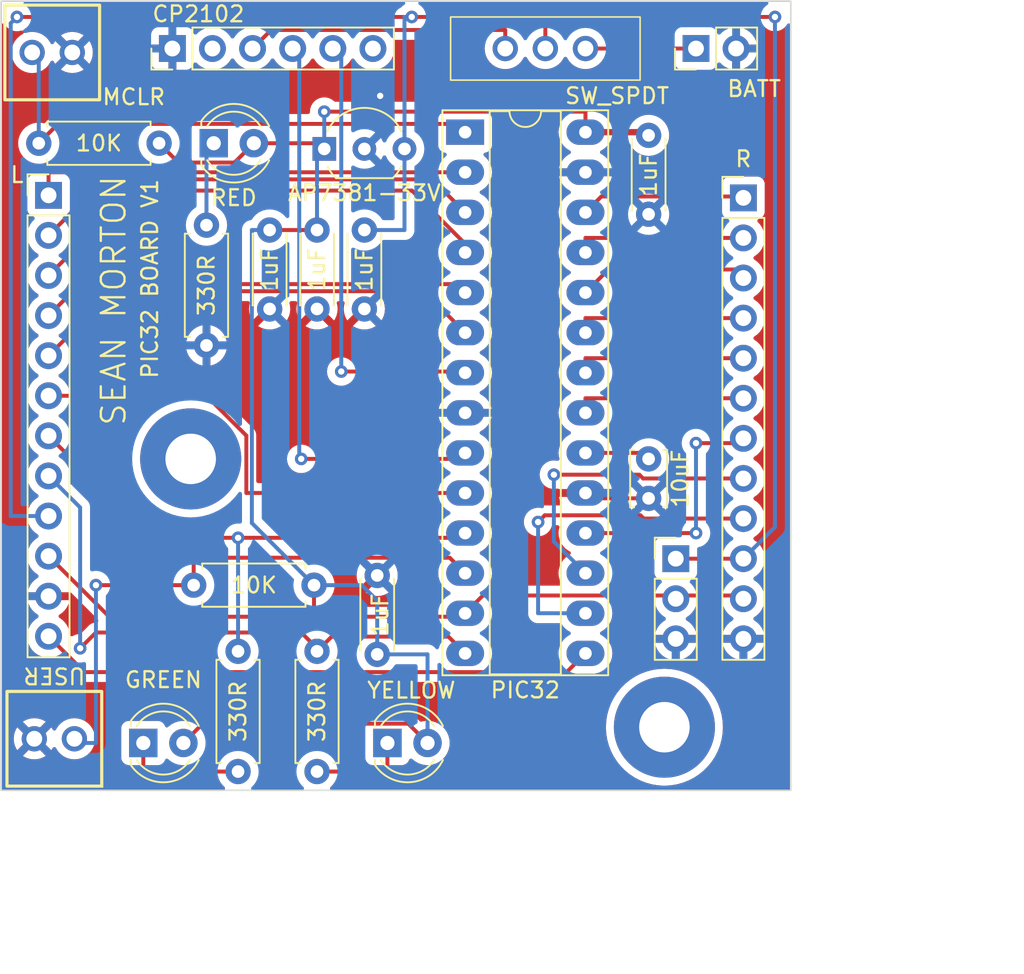
<source format=kicad_pcb>
(kicad_pcb (version 20221018) (generator pcbnew)
  (layers (0 "F.Cu" signal) (31 "B.Cu" signal) (34 "B.Paste" user) (35 "F.Paste" user) (36 "B.SilkS" user "B.Silkscreen") (37 "F.SilkS" user "F.Silkscreen") (38 "B.Mask" user) (39 "F.Mask" user) (44 "Edge.Cuts" user))
  (net 0 "")
  (net 1 "/VDD3V3")
  (net 2 "GND")
  (net 3 "/VDD5V0")
  (net 4 "Net-(D2-K)")
  (net 5 "/RB4_GLED")
  (net 6 "/RA4_USER")
  (net 7 "/MCLR")
  (net 8 "Net-(D3-K)")
  (net 9 "Net-(D1-K)")
  (net 10 "/RB5_YLED")
  (net 11 "/5V_FND")
  (net 12 "/5V_BATT")
  (net 13 "/RA0")
  (net 14 "/RA1")
  (net 15 "/RB0")
  (net 16 "/RB1")
  (net 17 "/RB2")
  (net 18 "/RB3_FRX")
  (net 19 "/RA2_FTX")
  (net 20 "/RA3")
  (net 21 "/RB6")
  (net 22 "/RB7")
  (net 23 "/RB8")
  (net 24 "/RB9")
  (net 25 "Net-(U2-VCAP)")
  (net 26 "/RB10")
  (net 27 "/RB11")
  (net 28 "/RB12")
  (net 29 "/RB13")
  (net 30 "/RB14")
  (net 31 "/RB15")
  (net 32 "/CTS")
  (net 33 "/RTS")
  (footprint "HW4_footprints:BTN_2pin_square" (layer "F.Cu") (at 133.366983 91.732966 180)
    (fp_text reference "SW3" hide)
    (fp_text value "USER" (at 0 4 180 unlocked) (layer "F.SilkS"))
    (fp_rect (start -3 -3) (end 3 3) (stroke (width 0.2)) (fill none) (layer "F.SilkS"))
    (pad "1" thru_hole circle (at -1.27 0 180) (size 1.6 1.6) (drill 1) (layers "*.Cu" "*.Mask") (net 6 "/RA4_USER"))
    (pad "2" thru_hole circle (at 1.27 0 180) (size 1.6 1.6) (drill 1) (layers "*.Cu" "*.Mask") (net 2 "GND"))
  )
  (footprint "Capacitor_THT:C_Disc_D4.3mm_W1.9mm_P5.00mm" (layer "F.Cu") (at 150 59.5 -90)
    (fp_text reference "C3" hide)
    (fp_text value "1uF" (at 2.5 0 90) (layer "F.SilkS"))
    (fp_line (start 0.23 -1.07) (end 0.23 -1.055) (stroke (width 0.12)) (layer "F.SilkS"))
    (fp_line (start 0.23 -1.07) (end 4.77 -1.07) (stroke (width 0.12)) (layer "F.SilkS"))
    (fp_line (start 0.23 1.055) (end 0.23 1.07) (stroke (width 0.12)) (layer "F.SilkS"))
    (fp_line (start 0.23 1.07) (end 4.77 1.07) (stroke (width 0.12)) (layer "F.SilkS"))
    (fp_line (start 4.77 -1.07) (end 4.77 -1.055) (stroke (width 0.12)) (layer "F.SilkS"))
    (fp_line (start 4.77 1.055) (end 4.77 1.07) (stroke (width 0.12)) (layer "F.SilkS"))
    (pad "1" thru_hole circle (at 0 0 270) (size 1.6 1.6) (drill 0.8) (layers "*.Cu" "*.Mask") (net 1 "/VDD3V3"))
    (pad "2" thru_hole circle (at 5 0 270) (size 1.6 1.6) (drill 0.8) (layers "*.Cu" "*.Mask") (net 2 "GND"))
  )
  (footprint "Package_TO_SOT_THT:TO-92_Inline_Wide" (layer "F.Cu") (at 150.46 54.36)
    (fp_text reference "U1" hide)
    (fp_text value "AP7381-33V" (at 2.54 2.79) (layer "F.SilkS"))
    (fp_line (start 0.74 1.85) (end 4.34 1.85) (stroke (width 0.12)) (layer "F.SilkS"))
    (fp_arc (start 0.1836 -1.098807) (mid 1.143021 -2.192817) (end 2.54 -2.6) (stroke (width 0.12)) (layer "F.SilkS"))
    (fp_arc (start 0.74 1.85) (mid 0.446097 1.509328) (end 0.215816 1.122795) (stroke (width 0.12)) (layer "F.SilkS"))
    (fp_arc (start 2.54 -2.6) (mid 3.936979 -2.192818) (end 4.8964 -1.098807) (stroke (width 0.12)) (layer "F.SilkS"))
    (fp_arc (start 4.864184 1.122795) (mid 4.633903 1.509328) (end 4.34 1.85) (stroke (width 0.12)) (layer "F.SilkS"))
    (pad "1" thru_hole rect (at 0 0) (size 1.5 1.5) (drill 0.8) (layers "*.Cu" "*.Mask") (net 1 "/VDD3V3"))
    (pad "2" thru_hole circle (at 2.54 0) (size 1.5 1.5) (drill 0.8) (layers "*.Cu" "*.Mask") (net 2 "GND"))
    (pad "3" thru_hole circle (at 5.08 0) (size 1.5 1.5) (drill 0.8) (layers "*.Cu" "*.Mask") (net 3 "/VDD5V0"))
  )
  (footprint "Connector_PinHeader_2.54mm:PinHeader_1x03_P2.54mm_Vertical" (layer "F.Cu") (at 172.72 80.322727)
    (fp_text reference "J5" hide)
    (fp_text value "SCO" hide)
    (fp_line (start -1.33 -1.33) (end 0 -1.33) (stroke (width 0.12)) (layer "F.SilkS"))
    (fp_line (start -1.33 0) (end -1.33 -1.33) (stroke (width 0.12)) (layer "F.SilkS"))
    (fp_line (start -1.33 1.27) (end -1.33 6.41) (stroke (width 0.12)) (layer "F.SilkS"))
    (fp_line (start -1.33 1.27) (end 1.33 1.27) (stroke (width 0.12)) (layer "F.SilkS"))
    (fp_line (start -1.33 6.41) (end 1.33 6.41) (stroke (width 0.12)) (layer "F.SilkS"))
    (fp_line (start 1.33 1.27) (end 1.33 6.41) (stroke (width 0.12)) (layer "F.SilkS"))
    (pad "1" thru_hole rect (at 0 0) (size 1.7 1.7) (drill 1) (layers "*.Cu" "*.Mask") (net 3 "/VDD5V0"))
    (pad "2" thru_hole oval (at 0 2.54) (size 1.7 1.7) (drill 1) (layers "*.Cu" "*.Mask") (net 1 "/VDD3V3"))
    (pad "3" thru_hole oval (at 0 5.08) (size 1.7 1.7) (drill 1) (layers "*.Cu" "*.Mask") (net 2 "GND"))
  )
  (footprint "LED_THT:LED_D4.0mm" (layer "F.Cu") (at 143.46 54)
    (fp_text reference "D3" hide)
    (fp_text value "RED" (at 1.27 3.46) (layer "F.SilkS"))
    (fp_line (start -0.79 -1.399) (end -0.79 -1.08) (stroke (width 0.12)) (layer "F.SilkS"))
    (fp_line (start -0.79 1.08) (end -0.79 1.399) (stroke (width 0.12)) (layer "F.SilkS"))
    (fp_arc (start -0.79 -1.398749) (mid 1.453519 -2.483228) (end 3.513242 -1.080724) (stroke (width 0.12)) (layer "F.SilkS"))
    (fp_arc (start -0.41333 -1.08) (mid 1.269429 -2) (end 2.952713 -1.080961) (stroke (width 0.12)) (layer "F.SilkS"))
    (fp_arc (start 2.952713 1.080961) (mid 1.269429 2) (end -0.41333 1.08) (stroke (width 0.12)) (layer "F.SilkS"))
    (fp_arc (start 3.513242 1.080724) (mid 1.453519 2.483228) (end -0.79 1.398749) (stroke (width 0.12)) (layer "F.SilkS"))
    (pad "1" thru_hole rect (at 0 0) (size 1.8 1.8) (drill 0.9) (layers "*.Cu" "*.Mask") (net 8 "Net-(D3-K)"))
    (pad "2" thru_hole circle (at 2.54 0) (size 1.8 1.8) (drill 0.9) (layers "*.Cu" "*.Mask") (net 1 "/VDD3V3"))
  )
  (footprint "HW4_footprints:BTN_2pin_square" (layer "F.Cu") (at 133.231717 48.248375)
    (fp_text reference "SW1" hide)
    (fp_text value "MCLR" (at 5.165583 2.818758 unlocked) (layer "F.SilkS"))
    (fp_rect (start -3 -3) (end 3 3) (stroke (width 0.2)) (fill none) (layer "F.SilkS"))
    (pad "1" thru_hole circle (at -1.27 0) (size 1.6 1.6) (drill 1) (layers "*.Cu" "*.Mask") (net 7 "/MCLR"))
    (pad "2" thru_hole circle (at 1.27 0) (size 1.6 1.6) (drill 1) (layers "*.Cu" "*.Mask") (net 2 "GND"))
  )
  (footprint "Capacitor_THT:C_Disc_D4.3mm_W1.9mm_P5.00mm" (layer "F.Cu") (at 171 53.5 -90)
    (fp_text reference "C1" hide)
    (fp_text value "1uF" (at 2.5 0 90) (layer "F.SilkS"))
    (fp_line (start 0.23 -1.07) (end 0.23 -1.055) (stroke (width 0.12)) (layer "F.SilkS"))
    (fp_line (start 0.23 -1.07) (end 4.77 -1.07) (stroke (width 0.12)) (layer "F.SilkS"))
    (fp_line (start 0.23 1.055) (end 0.23 1.07) (stroke (width 0.12)) (layer "F.SilkS"))
    (fp_line (start 0.23 1.07) (end 4.77 1.07) (stroke (width 0.12)) (layer "F.SilkS"))
    (fp_line (start 4.77 -1.07) (end 4.77 -1.055) (stroke (width 0.12)) (layer "F.SilkS"))
    (fp_line (start 4.77 1.055) (end 4.77 1.07) (stroke (width 0.12)) (layer "F.SilkS"))
    (pad "1" thru_hole circle (at 0 0 270) (size 1.6 1.6) (drill 0.8) (layers "*.Cu" "*.Mask") (net 1 "/VDD3V3"))
    (pad "2" thru_hole circle (at 5 0 270) (size 1.6 1.6) (drill 0.8) (layers "*.Cu" "*.Mask") (net 2 "GND"))
  )
  (footprint "Capacitor_THT:C_Disc_D4.3mm_W1.9mm_P5.00mm" (layer "F.Cu") (at 147 64.5 90)
    (fp_text reference "C4" hide)
    (fp_text value "1uF" (at 2.5 0 90) (layer "F.SilkS"))
    (fp_line (start 0.23 -1.07) (end 0.23 -1.055) (stroke (width 0.12)) (layer "F.SilkS"))
    (fp_line (start 0.23 -1.07) (end 4.77 -1.07) (stroke (width 0.12)) (layer "F.SilkS"))
    (fp_line (start 0.23 1.055) (end 0.23 1.07) (stroke (width 0.12)) (layer "F.SilkS"))
    (fp_line (start 0.23 1.07) (end 4.77 1.07) (stroke (width 0.12)) (layer "F.SilkS"))
    (fp_line (start 4.77 -1.07) (end 4.77 -1.055) (stroke (width 0.12)) (layer "F.SilkS"))
    (fp_line (start 4.77 1.055) (end 4.77 1.07) (stroke (width 0.12)) (layer "F.SilkS"))
    (pad "1" thru_hole circle (at 0 0 90) (size 1.6 1.6) (drill 0.8) (layers "*.Cu" "*.Mask") (net 2 "GND"))
    (pad "2" thru_hole circle (at 5 0 90) (size 1.6 1.6) (drill 0.8) (layers "*.Cu" "*.Mask") (net 1 "/VDD3V3"))
  )
  (footprint "Resistor_THT:R_Axial_DIN0207_L6.3mm_D2.5mm_P7.62mm_Horizontal" (layer "F.Cu") (at 142.19 82)
    (fp_text reference "R2" hide)
    (fp_text value "10K" (at 3.81 0) (layer "F.SilkS"))
    (fp_line (start 0.54 -1.37) (end 7.08 -1.37) (stroke (width 0.12)) (layer "F.SilkS"))
    (fp_line (start 0.54 -1.04) (end 0.54 -1.37) (stroke (width 0.12)) (layer "F.SilkS"))
    (fp_line (start 0.54 1.04) (end 0.54 1.37) (stroke (width 0.12)) (layer "F.SilkS"))
    (fp_line (start 0.54 1.37) (end 7.08 1.37) (stroke (width 0.12)) (layer "F.SilkS"))
    (fp_line (start 7.08 -1.37) (end 7.08 -1.04) (stroke (width 0.12)) (layer "F.SilkS"))
    (fp_line (start 7.08 1.37) (end 7.08 1.04) (stroke (width 0.12)) (layer "F.SilkS"))
    (pad "1" thru_hole circle (at 0 0) (size 1.6 1.6) (drill 0.8) (layers "*.Cu" "*.Mask") (net 6 "/RA4_USER"))
    (pad "2" thru_hole oval (at 7.62 0) (size 1.6 1.6) (drill 0.8) (layers "*.Cu" "*.Mask") (net 1 "/VDD3V3"))
  )
  (footprint "LED_THT:LED_D4.0mm" (layer "F.Cu") (at 154.46 92)
    (fp_text reference "D1" hide)
    (fp_text value "YELLOW" (at 1.513012 -3.335832) (layer "F.SilkS"))
    (fp_line (start -0.79 -1.399) (end -0.79 -1.08) (stroke (width 0.12)) (layer "F.SilkS"))
    (fp_line (start -0.79 1.08) (end -0.79 1.399) (stroke (width 0.12)) (layer "F.SilkS"))
    (fp_arc (start -0.79 -1.398749) (mid 1.453519 -2.483228) (end 3.513242 -1.080724) (stroke (width 0.12)) (layer "F.SilkS"))
    (fp_arc (start -0.41333 -1.08) (mid 1.269429 -2) (end 2.952713 -1.080961) (stroke (width 0.12)) (layer "F.SilkS"))
    (fp_arc (start 2.952713 1.080961) (mid 1.269429 2) (end -0.41333 1.08) (stroke (width 0.12)) (layer "F.SilkS"))
    (fp_arc (start 3.513242 1.080724) (mid 1.453519 2.483228) (end -0.79 1.398749) (stroke (width 0.12)) (layer "F.SilkS"))
    (pad "1" thru_hole rect (at 0 0) (size 1.8 1.8) (drill 0.9) (layers "*.Cu" "*.Mask") (net 9 "Net-(D1-K)"))
    (pad "2" thru_hole circle (at 2.54 0) (size 1.8 1.8) (drill 0.9) (layers "*.Cu" "*.Mask") (net 1 "/VDD3V3"))
  )
  (footprint "Resistor_THT:R_Axial_DIN0207_L6.3mm_D2.5mm_P7.62mm_Horizontal" (layer "F.Cu") (at 143 59.19 -90)
    (fp_text reference "R4" hide)
    (fp_text value "330R" (at 3.81 0 90) (layer "F.SilkS"))
    (fp_line (start 0.54 -1.37) (end 7.08 -1.37) (stroke (width 0.12)) (layer "F.SilkS"))
    (fp_line (start 0.54 -1.04) (end 0.54 -1.37) (stroke (width 0.12)) (layer "F.SilkS"))
    (fp_line (start 0.54 1.04) (end 0.54 1.37) (stroke (width 0.12)) (layer "F.SilkS"))
    (fp_line (start 0.54 1.37) (end 7.08 1.37) (stroke (width 0.12)) (layer "F.SilkS"))
    (fp_line (start 7.08 -1.37) (end 7.08 -1.04) (stroke (width 0.12)) (layer "F.SilkS"))
    (fp_line (start 7.08 1.37) (end 7.08 1.04) (stroke (width 0.12)) (layer "F.SilkS"))
    (pad "1" thru_hole circle (at 0 0 270) (size 1.6 1.6) (drill 0.8) (layers "*.Cu" "*.Mask") (net 8 "Net-(D3-K)"))
    (pad "2" thru_hole oval (at 7.62 0 270) (size 1.6 1.6) (drill 0.8) (layers "*.Cu" "*.Mask") (net 2 "GND"))
  )
  (footprint "MountingHole:MountingHole_3.2mm_M3_Pad" (layer "F.Cu") (at 142 74)
    (fp_text reference "H3" hide)
    (fp_text value "MountingHole" hide)
    (pad "1" thru_hole circle (at 0 0) (size 6.4 6.4) (drill 3.2) (layers "*.Cu" "*.Mask"))
  )
  (footprint "Capacitor_THT:C_Disc_D3.4mm_W2.1mm_P2.50mm" (layer "F.Cu") (at 171 74 -90)
    (fp_text reference "C2" hide)
    (fp_text value "10uF" (at 1.25 -2 90) (layer "F.SilkS"))
    (fp_line (start -0.57 -1.17) (end -0.57 -0.925) (stroke (width 0.12)) (layer "F.SilkS"))
    (fp_line (start -0.57 -1.17) (end 3.07 -1.17) (stroke (width 0.12)) (layer "F.SilkS"))
    (fp_line (start -0.57 0.925) (end -0.57 1.17) (stroke (width 0.12)) (layer "F.SilkS"))
    (fp_line (start -0.57 1.17) (end 3.07 1.17) (stroke (width 0.12)) (layer "F.SilkS"))
    (fp_line (start 3.07 -1.17) (end 3.07 -0.925) (stroke (width 0.12)) (layer "F.SilkS"))
    (fp_line (start 3.07 0.925) (end 3.07 1.17) (stroke (width 0.12)) (layer "F.SilkS"))
    (pad "1" thru_hole circle (at 0 0 270) (size 1.6 1.6) (drill 0.8) (layers "*.Cu" "*.Mask") (net 25 "Net-(U2-VCAP)"))
    (pad "2" thru_hole circle (at 2.5 0 270) (size 1.6 1.6) (drill 0.8) (layers "*.Cu" "*.Mask") (net 2 "GND"))
  )
  (footprint "Connector_PinHeader_2.54mm:PinHeader_1x06_P2.54mm_Vertical" (layer "F.Cu") (at 140.84 48 90)
    (fp_text reference "J1" hide)
    (fp_text value "CP2102" (at 2.187666 1.646225 180) (layer "F.SilkS"))
    (fp_line (start -1.33 -1.33) (end 0 -1.33) (stroke (width 0.12)) (layer "F.SilkS"))
    (fp_line (start -1.33 0) (end -1.33 -1.33) (stroke (width 0.12)) (layer "F.SilkS"))
    (fp_line (start -1.33 1.27) (end -1.33 14.03) (stroke (width 0.12)) (layer "F.SilkS"))
    (fp_line (start -1.33 1.27) (end 1.33 1.27) (stroke (width 0.12)) (layer "F.SilkS"))
    (fp_line (start -1.33 14.03) (end 1.33 14.03) (stroke (width 0.12)) (layer "F.SilkS"))
    (fp_line (start 1.33 1.27) (end 1.33 14.03) (stroke (width 0.12)) (layer "F.SilkS"))
    (pad "1" thru_hole rect (at 0 0 90) (size 1.7 1.7) (drill 1) (layers "*.Cu" "*.Mask") (net 2 "GND"))
    (pad "2" thru_hole oval (at 0 2.54 90) (size 1.7 1.7) (drill 1) (layers "*.Cu" "*.Mask") (net 32 "/CTS"))
    (pad "3" thru_hole oval (at 0 5.08 90) (size 1.7 1.7) (drill 1) (layers "*.Cu" "*.Mask") (net 11 "/5V_FND"))
    (pad "4" thru_hole oval (at 0 7.62 90) (size 1.7 1.7) (drill 1) (layers "*.Cu" "*.Mask") (net 19 "/RA2_FTX"))
    (pad "5" thru_hole oval (at 0 10.16 90) (size 1.7 1.7) (drill 1) (layers "*.Cu" "*.Mask") (net 18 "/RB3_FRX"))
    (pad "6" thru_hole oval (at 0 12.7 90) (size 1.7 1.7) (drill 1) (layers "*.Cu" "*.Mask") (net 33 "/RTS"))
  )
  (footprint "Resistor_THT:R_Axial_DIN0207_L6.3mm_D2.5mm_P7.62mm_Horizontal" (layer "F.Cu") (at 132.38 54)
    (fp_text reference "R3" hide)
    (fp_text value "10K" (at 3.81 0) (layer "F.SilkS"))
    (fp_line (start 0.54 -1.37) (end 7.08 -1.37) (stroke (width 0.12)) (layer "F.SilkS"))
    (fp_line (start 0.54 -1.04) (end 0.54 -1.37) (stroke (width 0.12)) (layer "F.SilkS"))
    (fp_line (start 0.54 1.04) (end 0.54 1.37) (stroke (width 0.12)) (layer "F.SilkS"))
    (fp_line (start 0.54 1.37) (end 7.08 1.37) (stroke (width 0.12)) (layer "F.SilkS"))
    (fp_line (start 7.08 -1.37) (end 7.08 -1.04) (stroke (width 0.12)) (layer "F.SilkS"))
    (fp_line (start 7.08 1.37) (end 7.08 1.04) (stroke (width 0.12)) (layer "F.SilkS"))
    (pad "1" thru_hole circle (at 0 0) (size 1.6 1.6) (drill 0.8) (layers "*.Cu" "*.Mask") (net 7 "/MCLR"))
    (pad "2" thru_hole oval (at 7.62 0) (size 1.6 1.6) (drill 0.8) (layers "*.Cu" "*.Mask") (net 1 "/VDD3V3"))
  )
  (footprint "Resistor_THT:R_Axial_DIN0207_L6.3mm_D2.5mm_P7.62mm_Horizontal" (layer "F.Cu") (at 150 93.81 90)
    (fp_text reference "R5" hide)
    (fp_text value "330R" (at 3.81 0 90) (layer "F.SilkS"))
    (fp_line (start 0.54 -1.37) (end 7.08 -1.37) (stroke (width 0.12)) (layer "F.SilkS"))
    (fp_line (start 0.54 -1.04) (end 0.54 -1.37) (stroke (width 0.12)) (layer "F.SilkS"))
    (fp_line (start 0.54 1.04) (end 0.54 1.37) (stroke (width 0.12)) (layer "F.SilkS"))
    (fp_line (start 0.54 1.37) (end 7.08 1.37) (stroke (width 0.12)) (layer "F.SilkS"))
    (fp_line (start 7.08 -1.37) (end 7.08 -1.04) (stroke (width 0.12)) (layer "F.SilkS"))
    (fp_line (start 7.08 1.37) (end 7.08 1.04) (stroke (width 0.12)) (layer "F.SilkS"))
    (pad "1" thru_hole circle (at 0 0 90) (size 1.6 1.6) (drill 0.8) (layers "*.Cu" "*.Mask") (net 9 "Net-(D1-K)"))
    (pad "2" thru_hole oval (at 7.62 0 90) (size 1.6 1.6) (drill 0.8) (layers "*.Cu" "*.Mask") (net 10 "/RB5_YLED"))
  )
  (footprint "Package_DIP:DIP-28_W7.62mm_Socket_LongPads" (layer "F.Cu") (at 159.38 53.3)
    (fp_text reference "U2" hide)
    (fp_text value "PIC32" (at 3.81 35.35) (layer "F.SilkS"))
    (fp_line (start -1.44 -1.39) (end -1.44 34.41) (stroke (width 0.12)) (layer "F.SilkS"))
    (fp_line (start -1.44 34.41) (end 9.06 34.41) (stroke (width 0.12)) (layer "F.SilkS"))
    (fp_line (start 1.56 -1.33) (end 1.56 34.35) (stroke (width 0.12)) (layer "F.SilkS"))
    (fp_line (start 1.56 34.35) (end 6.06 34.35) (stroke (width 0.12)) (layer "F.SilkS"))
    (fp_line (start 2.81 -1.33) (end 1.56 -1.33) (stroke (width 0.12)) (layer "F.SilkS"))
    (fp_line (start 6.06 -1.33) (end 4.81 -1.33) (stroke (width 0.12)) (layer "F.SilkS"))
    (fp_line (start 6.06 34.35) (end 6.06 -1.33) (stroke (width 0.12)) (layer "F.SilkS"))
    (fp_line (start 9.06 -1.39) (end -1.44 -1.39) (stroke (width 0.12)) (layer "F.SilkS"))
    (fp_line (start 9.06 34.41) (end 9.06 -1.39) (stroke (width 0.12)) (layer "F.SilkS"))
    (fp_arc (start 4.81 -1.33) (mid 3.81 -0.33) (end 2.81 -1.33) (stroke (width 0.12)) (layer "F.SilkS"))
    (pad "1" thru_hole rect (at 0 0) (size 2.4 1.6) (drill 0.8) (layers "*.Cu" "*.Mask") (net 7 "/MCLR"))
    (pad "2" thru_hole oval (at 0 2.54) (size 2.4 1.6) (drill 0.8) (layers "*.Cu" "*.Mask") (net 13 "/RA0"))
    (pad "3" thru_hole oval (at 0 5.08) (size 2.4 1.6) (drill 0.8) (layers "*.Cu" "*.Mask") (net 14 "/RA1"))
    (pad "4" thru_hole oval (at 0 7.62) (size 2.4 1.6) (drill 0.8) (layers "*.Cu" "*.Mask") (net 15 "/RB0"))
    (pad "5" thru_hole oval (at 0 10.16) (size 2.4 1.6) (drill 0.8) (layers "*.Cu" "*.Mask") (net 16 "/RB1"))
    (pad "6" thru_hole oval (at 0 12.7) (size 2.4 1.6) (drill 0.8) (layers "*.Cu" "*.Mask") (net 17 "/RB2"))
    (pad "7" thru_hole oval (at 0 15.24) (size 2.4 1.6) (drill 0.8) (layers "*.Cu" "*.Mask") (net 18 "/RB3_FRX"))
    (pad "8" thru_hole oval (at 0 17.78) (size 2.4 1.6) (drill 0.8) (layers "*.Cu" "*.Mask") (net 2 "GND"))
    (pad "9" thru_hole oval (at 0 20.32) (size 2.4 1.6) (drill 0.8) (layers "*.Cu" "*.Mask") (net 19 "/RA2_FTX"))
    (pad "10" thru_hole oval (at 0 22.86) (size 2.4 1.6) (drill 0.8) (layers "*.Cu" "*.Mask") (net 20 "/RA3"))
    (pad "11" thru_hole oval (at 0 25.4) (size 2.4 1.6) (drill 0.8) (layers "*.Cu" "*.Mask") (net 5 "/RB4_GLED"))
    (pad "12" thru_hole oval (at 0 27.94) (size 2.4 1.6) (drill 0.8) (layers "*.Cu" "*.Mask") (net 6 "/RA4_USER"))
    (pad "13" thru_hole oval (at 0 30.48) (size 2.4 1.6) (drill 0.8) (layers "*.Cu" "*.Mask") (net 1 "/VDD3V3"))
    (pad "14" thru_hole oval (at 0 33.02) (size 2.4 1.6) (drill 0.8) (layers "*.Cu" "*.Mask") (net 10 "/RB5_YLED"))
    (pad "15" thru_hole oval (at 7.62 33.02) (size 2.4 1.6) (drill 0.8) (layers "*.Cu" "*.Mask") (net 21 "/RB6"))
    (pad "16" thru_hole oval (at 7.62 30.48) (size 2.4 1.6) (drill 0.8) (layers "*.Cu" "*.Mask") (net 22 "/RB7"))
    (pad "17" thru_hole oval (at 7.62 27.94) (size 2.4 1.6) (drill 0.8) (layers "*.Cu" "*.Mask") (net 23 "/RB8"))
    (pad "18" thru_hole oval (at 7.62 25.4) (size 2.4 1.6) (drill 0.8) (layers "*.Cu" "*.Mask") (net 24 "/RB9"))
    (pad "19" thru_hole oval (at 7.62 22.86) (size 2.4 1.6) (drill 0.8) (layers "*.Cu" "*.Mask") (net 2 "GND"))
    (pad "20" thru_hole oval (at 7.62 20.32) (size 2.4 1.6) (drill 0.8) (layers "*.Cu" "*.Mask") (net 25 "Net-(U2-VCAP)"))
    (pad "21" thru_hole oval (at 7.62 17.78) (size 2.4 1.6) (drill 0.8) (layers "*.Cu" "*.Mask") (net 26 "/RB10"))
    (pad "22" thru_hole oval (at 7.62 15.24) (size 2.4 1.6) (drill 0.8) (layers "*.Cu" "*.Mask") (net 27 "/RB11"))
    (pad "23" thru_hole oval (at 7.62 12.7) (size 2.4 1.6) (drill 0.8) (layers "*.Cu" "*.Mask") (net 28 "/RB12"))
    (pad "24" thru_hole oval (at 7.62 10.16) (size 2.4 1.6) (drill 0.8) (layers "*.Cu" "*.Mask") (net 29 "/RB13"))
    (pad "25" thru_hole oval (at 7.62 7.62) (size 2.4 1.6) (drill 0.8) (layers "*.Cu" "*.Mask") (net 30 "/RB14"))
    (pad "26" thru_hole oval (at 7.62 5.08) (size 2.4 1.6) (drill 0.8) (layers "*.Cu" "*.Mask") (net 31 "/RB15"))
    (pad "27" thru_hole oval (at 7.62 2.54) (size 2.4 1.6) (drill 0.8) (layers "*.Cu" "*.Mask") (net 2 "GND"))
    (pad "28" thru_hole oval (at 7.62 0) (size 2.4 1.6) (drill 0.8) (layers "*.Cu" "*.Mask") (net 1 "/VDD3V3"))
  )
  (footprint "Connector_PinHeader_2.54mm:PinHeader_1x12_P2.54mm_Vertical" (layer "F.Cu") (at 177 57.46)
    (fp_text reference "J4" hide)
    (fp_text value "R" (at 0 -2.46) (layer "F.SilkS"))
    (fp_line (start -1.33 -1.33) (end 0 -1.33) (stroke (width 0.12)) (layer "F.SilkS"))
    (fp_line (start -1.33 0) (end -1.33 -1.33) (stroke (width 0.12)) (layer "F.SilkS"))
    (fp_line (start -1.33 1.27) (end -1.33 29.27) (stroke (width 0.12)) (layer "F.SilkS"))
    (fp_line (start -1.33 1.27) (end 1.33 1.27) (stroke (width 0.12)) (layer "F.SilkS"))
    (fp_line (start -1.33 29.27) (end 1.33 29.27) (stroke (width 0.12)) (layer "F.SilkS"))
    (fp_line (start 1.33 1.27) (end 1.33 29.27) (stroke (width 0.12)) (layer "F.SilkS"))
    (pad "1" thru_hole rect (at 0 0) (size 1.7 1.7) (drill 1) (layers "*.Cu" "*.Mask") (net 31 "/RB15"))
    (pad "2" thru_hole oval (at 0 2.54) (size 1.7 1.7) (drill 1) (layers "*.Cu" "*.Mask") (net 30 "/RB14"))
    (pad "3" thru_hole oval (at 0 5.08) (size 1.7 1.7) (drill 1) (layers "*.Cu" "*.Mask") (net 29 "/RB13"))
    (pad "4" thru_hole oval (at 0 7.62) (size 1.7 1.7) (drill 1) (layers "*.Cu" "*.Mask") (net 28 "/RB12"))
    (pad "5" thru_hole oval (at 0 10.16) (size 1.7 1.7) (drill 1) (layers "*.Cu" "*.Mask") (net 27 "/RB11"))
    (pad "6" thru_hole oval (at 0 12.7) (size 1.7 1.7) (drill 1) (layers "*.Cu" "*.Mask") (net 26 "/RB10"))
    (pad "7" thru_hole oval (at 0 15.24) (size 1.7 1.7) (drill 1) (layers "*.Cu" "*.Mask") (net 24 "/RB9"))
    (pad "8" thru_hole oval (at 0 17.78) (size 1.7 1.7) (drill 1) (layers "*.Cu" "*.Mask") (net 23 "/RB8"))
    (pad "9" thru_hole oval (at 0 20.32) (size 1.7 1.7) (drill 1) (layers "*.Cu" "*.Mask") (net 22 "/RB7"))
    (pad "10" thru_hole oval (at 0 22.86) (size 1.7 1.7) (drill 1) (layers "*.Cu" "*.Mask") (net 3 "/VDD5V0"))
    (pad "11" thru_hole oval (at 0 25.4) (size 1.7 1.7) (drill 1) (layers "*.Cu" "*.Mask") (net 1 "/VDD3V3"))
    (pad "12" thru_hole oval (at 0 27.94) (size 1.7 1.7) (drill 1) (layers "*.Cu" "*.Mask") (net 2 "GND"))
  )
  (footprint "Connector_PinHeader_2.54mm:PinHeader_1x02_P2.54mm_Vertical" (layer "F.Cu") (at 174 48 90)
    (fp_text reference "J2" hide)
    (fp_text value "BATT" (at -2.550224 3.682157 180) (layer "F.SilkS"))
    (fp_line (start -1.33 -1.33) (end 0 -1.33) (stroke (width 0.12)) (layer "F.SilkS"))
    (fp_line (start -1.33 0) (end -1.33 -1.33) (stroke (width 0.12)) (layer "F.SilkS"))
    (fp_line (start -1.33 1.27) (end -1.33 3.87) (stroke (width 0.12)) (layer "F.SilkS"))
    (fp_line (start -1.33 1.27) (end 1.33 1.27) (stroke (width 0.12)) (layer "F.SilkS"))
    (fp_line (start -1.33 3.87) (end 1.33 3.87) (stroke (width 0.12)) (layer "F.SilkS"))
    (fp_line (start 1.33 1.27) (end 1.33 3.87) (stroke (width 0.12)) (layer "F.SilkS"))
    (pad "1" thru_hole rect (at 0 0 90) (size 1.7 1.7) (drill 1) (layers "*.Cu" "*.Mask") (net 12 "/5V_BATT"))
    (pad "2" thru_hole oval (at 0 2.54 90) (size 1.7 1.7) (drill 1) (layers "*.Cu" "*.Mask") (net 2 "GND"))
  )
  (footprint "LED_THT:LED_D4.0mm" (layer "F.Cu") (at 139 92)
    (fp_text reference "D2" hide)
    (fp_text value "GREEN" (at 1.27 -4) (layer "F.SilkS"))
    (fp_line (start -0.79 -1.399) (end -0.79 -1.08) (stroke (width 0.12)) (layer "F.SilkS"))
    (fp_line (start -0.79 1.08) (end -0.79 1.399) (stroke (width 0.12)) (layer "F.SilkS"))
    (fp_arc (start -0.79 -1.398749) (mid 1.453519 -2.483228) (end 3.513242 -1.080724) (stroke (width 0.12)) (layer "F.SilkS"))
    (fp_arc (start -0.41333 -1.08) (mid 1.269429 -2) (end 2.952713 -1.080961) (stroke (width 0.12)) (layer "F.SilkS"))
    (fp_arc (start 2.952713 1.080961) (mid 1.269429 2) (end -0.41333 1.08) (stroke (width 0.12)) (layer "F.SilkS"))
    (fp_arc (start 3.513242 1.080724) (mid 1.453519 2.483228) (end -0.79 1.398749) (stroke (width 0.12)) (layer "F.SilkS"))
    (pad "1" thru_hole rect (at 0 0) (size 1.8 1.8) (drill 0.9) (layers "*.Cu" "*.Mask") (net 4 "Net-(D2-K)"))
    (pad "2" thru_hole circle (at 2.54 0) (size 1.8 1.8) (drill 0.9) (layers "*.Cu" "*.Mask") (net 1 "/VDD3V3"))
  )
  (footprint "Capacitor_THT:C_Disc_D4.3mm_W1.9mm_P5.00mm" (layer "F.Cu") (at 153.812581 86.384933 90)
    (fp_text reference "C5" hide)
    (fp_text value "1uF" (at 2.5 0.187419 90) (layer "F.SilkS"))
    (fp_line (start 0.23 -1.07) (end 0.23 -1.055) (stroke (width 0.12)) (layer "F.SilkS"))
    (fp_line (start 0.23 -1.07) (end 4.77 -1.07) (stroke (width 0.12)) (layer "F.SilkS"))
    (fp_line (start 0.23 1.055) (end 0.23 1.07) (stroke (width 0.12)) (layer "F.SilkS"))
    (fp_line (start 0.23 1.07) (end 4.77 1.07) (stroke (width 0.12)) (layer "F.SilkS"))
    (fp_line (start 4.77 -1.07) (end 4.77 -1.055) (stroke (width 0.12)) (layer "F.SilkS"))
    (fp_line (start 4.77 1.055) (end 4.77 1.07) (stroke (width 0.12)) (layer "F.SilkS"))
    (pad "1" thru_hole circle (at 0 0 90) (size 1.6 1.6) (drill 0.8) (layers "*.Cu" "*.Mask") (net 1 "/VDD3V3"))
    (pad "2" thru_hole circle (at 5 0 90) (size 1.6 1.6) (drill 0.8) (layers "*.Cu" "*.Mask") (net 2 "GND"))
  )
  (footprint "Resistor_THT:R_Axial_DIN0207_L6.3mm_D2.5mm_P7.62mm_Horizontal" (layer "F.Cu") (at 145 93.81 90)
    (fp_text reference "R1" hide)
    (fp_text value "330R" (at 3.81 0 90) (layer "F.SilkS"))
    (fp_line (start 0.54 -1.37) (end 7.08 -1.37) (stroke (width 0.12)) (layer "F.SilkS"))
    (fp_line (start 0.54 -1.04) (end 0.54 -1.37) (stroke (width 0.12)) (layer "F.SilkS"))
    (fp_line (start 0.54 1.04) (end 0.54 1.37) (stroke (width 0.12)) (layer "F.SilkS"))
    (fp_line (start 0.54 1.37) (end 7.08 1.37) (stroke (width 0.12)) (layer "F.SilkS"))
    (fp_line (start 7.08 -1.37) (end 7.08 -1.04) (stroke (width 0.12)) (layer "F.SilkS"))
    (fp_line (start 7.08 1.37) (end 7.08 1.04) (stroke (width 0.12)) (layer "F.SilkS"))
    (pad "1" thru_hole circle (at 0 0 90) (size 1.6 1.6) (drill 0.8) (layers "*.Cu" "*.Mask") (net 4 "Net-(D2-K)"))
    (pad "2" thru_hole oval (at 7.62 0 90) (size 1.6 1.6) (drill 0.8) (layers "*.Cu" "*.Mask") (net 5 "/RB4_GLED"))
  )
  (footprint "HW4_footprints:EG1218 switch" (layer "F.Cu") (at 164.46 48)
    (fp_text reference "SW2" hide)
    (fp_text value "SW_SPDT" (at 4.54 3 unlocked) (layer "F.SilkS"))
    (fp_rect (start -6 -2) (end 6 2) (stroke (width 0.1)) (fill none) (layer "F.SilkS"))
    (pad "1" thru_hole circle (at -2.54 0) (size 1.6 1.6) (drill 1) (layers "*.Cu" "*.Mask") (net 11 "/5V_FND"))
    (pad "2" thru_hole circle (at 0 0) (size 1.6 1.6) (drill 1) (layers "*.Cu" "*.Mask") (net 3 "/VDD5V0"))
    (pad "3" thru_hole circle (at 2.54 0) (size 1.6 1.6) (drill 1) (layers "*.Cu" "*.Mask") (net 12 "/5V_BATT"))
  )
  (footprint "Connector_PinHeader_2.54mm:PinHeader_1x12_P2.54mm_Vertical" (layer "F.Cu") (at 133 57.3)
    (fp_text reference "J3" hide)
    (fp_text value "L" (at -2 -1.3) (layer "F.SilkS"))
    (fp_line (start -1.33 -1.33) (end 0 -1.33) (stroke (width 0.12)) (layer "F.SilkS"))
    (fp_line (start -1.33 0) (end -1.33 -1.33) (stroke (width 0.12)) (layer "F.SilkS"))
    (fp_line (start -1.33 1.27) (end -1.33 29.27) (stroke (width 0.12)) (layer "F.SilkS"))
    (fp_line (start -1.33 1.27) (end 1.33 1.27) (stroke (width 0.12)) (layer "F.SilkS"))
    (fp_line (start -1.33 29.27) (end 1.33 29.27) (stroke (width 0.12)) (layer "F.SilkS"))
    (fp_line (start 1.33 1.27) (end 1.33 29.27) (stroke (width 0.12)) (layer "F.SilkS"))
    (pad "1" thru_hole rect (at 0 0) (size 1.7 1.7) (drill 1) (layers "*.Cu" "*.Mask") (net 13 "/RA0"))
    (pad "2" thru_hole oval (at 0 2.54) (size 1.7 1.7) (drill 1) (layers "*.Cu" "*.Mask") (net 14 "/RA1"))
    (pad "3" thru_hole oval (at 0 5.08) (size 1.7 1.7) (drill 1) (layers "*.Cu" "*.Mask") (net 15 "/RB0"))
    (pad "4" thru_hole oval (at 0 7.62) (size 1.7 1.7) (drill 1) (layers "*.Cu" "*.Mask") (net 16 "/RB1"))
    (pad "5" thru_hole oval (at 0 10.16) (size 1.7 1.7) (drill 1) (layers "*.Cu" "*.Mask") (net 17 "/RB2"))
    (pad "6" thru_hole oval (at 0 12.7) (size 1.7 1.7) (drill 1) (layers "*.Cu" "*.Mask") (net 20 "/RA3"))
    (pad "7" thru_hole oval (at 0 15.24) (size 1.7 1.7) (drill 1) (layers "*.Cu" "*.Mask") (net 5 "/RB4_GLED"))
    (pad "8" thru_hole oval (at 0 17.78) (size 1.7 1.7) (drill 1) (layers "*.Cu" "*.Mask") (net 10 "/RB5_YLED"))
    (pad "9" thru_hole oval (at 0 20.32) (size 1.7 1.7) (drill 1) (layers "*.Cu" "*.Mask") (net 3 "/VDD5V0"))
    (pad "10" thru_hole oval (at 0 22.86) (size 1.7 1.7) (drill 1) (layers "*.Cu" "*.Mask") (net 1 "/VDD3V3"))
    (pad "11" thru_hole oval (at 0 25.4) (size 1.7 1.7) (drill 1) (layers "*.Cu" "*.Mask") (net 2 "GND"))
    (pad "12" thru_hole oval (at 0 27.94) (size 1.7 1.7) (drill 1) (layers "*.Cu" "*.Mask") (net 21 "/RB6"))
  )
  (footprint "MountingHole:MountingHole_3.2mm_M3_Pad" (layer "F.Cu") (at 172 91)
    (fp_text reference "H2" hide)
    (fp_text value "MountingHole" hide)
    (pad "1" thru_hole circle (at 0 0) (size 6.4 6.4) (drill 3.2) (layers "*.Cu" "*.Mask"))
  )
  (footprint "Capacitor_THT:C_Disc_D4.3mm_W1.9mm_P5.00mm" (layer "F.Cu") (at 153 59.5 -90)
    (fp_text reference "C7" hide)
    (fp_text value "1uF" (at 2.5 0 90) (layer "F.SilkS"))
    (fp_line (start 0.23 -1.07) (end 0.23 -1.055) (stroke (width 0.12)) (layer "F.SilkS"))
    (fp_line (start 0.23 -1.07) (end 4.77 -1.07) (stroke (width 0.12)) (layer "F.SilkS"))
    (fp_line (start 0.23 1.055) (end 0.23 1.07) (stroke (width 0.12)) (layer "F.SilkS"))
    (fp_line (start 0.23 1.07) (end 4.77 1.07) (stroke (width 0.12)) (layer "F.SilkS"))
    (fp_line (start 4.77 -1.07) (end 4.77 -1.055) (stroke (width 0.12)) (layer "F.SilkS"))
    (fp_line (start 4.77 1.055) (end 4.77 1.07) (stroke (width 0.12)) (layer "F.SilkS"))
    (pad "1" thru_hole circle (at 0 0 270) (size 1.6 1.6) (drill 0.8) (layers "*.Cu" "*.Mask") (net 3 "/VDD5V0"))
    (pad "2" thru_hole circle (at 5 0 270) (size 1.6 1.6) (drill 0.8) (layers "*.Cu" "*.Mask") (net 2 "GND"))
  )
  (gr_rect (start 130 45) (end 180 95) (stroke (width 0.1)) (fill none) (layer "Edge.Cuts"))
  (gr_text "PIC32 BOARD V1" (at 140 69 90) (layer "F.SilkS") (effects (font (size 1 1)) (justify left bottom)))
  (gr_text "SEAN MORTON\n" (at 138 72 90) (layer "F.SilkS") (effects (font (size 1.5 1.5)) (justify left bottom)))
  (segment (start 170.8 53.3) (end 171 53.5) (width 0.25) (layer "F.Cu") (net 1))
  (segment (start 149.81 82) (end 149.81 84) (width 0.25) (layer "F.Cu") (net 1))
  (segment (start 160.505 82.655) (end 177 82.655) (width 0.25) (layer "F.Cu") (net 1))
  (segment (start 142.765 90.775) (end 155.775 90.775) (width 0.25) (layer "F.Cu") (net 1))
  (segment (start 140 54) (end 141.225 55.225) (width 0.25) (layer "F.Cu") (net 1))
  (segment (start 147 59.5) (end 150 59.5) (width 0.25) (layer "F.Cu") (net 1))
  (segment (start 146 54) (end 150.1 54) (width 0.25) (layer "F.Cu") (net 1))
  (segment (start 136.84 84) (end 150 84) (width 0.25) (layer "F.Cu") (net 1))
  (segment (start 133 80.16) (end 136.84 84) (width 0.25) (layer "F.Cu") (net 1))
  (segment (start 155.775 90.775) (end 157 92) (width 0.25) (layer "F.Cu") (net 1))
  (segment (start 141.54 92) (end 142.765 90.775) (width 0.25) (layer "F.Cu") (net 1))
  (segment (start 159.38 83.78) (end 160.505 82.655) (width 0.25) (layer "F.Cu") (net 1))
  (segment (start 149.81 84) (end 150 84) (width 0.25) (layer "F.Cu") (net 1))
  (segment (start 159.16 84) (end 159.38 83.78) (width 0.25) (layer "F.Cu") (net 1))
  (segment (start 144.775 55.225) (end 146 54) (width 0.25) (layer "F.Cu") (net 1))
  (segment (start 167 52) (end 167 53.3) (width 0.25) (layer "F.Cu") (net 1))
  (segment (start 167 53.3) (end 170.8 53.3) (width 0.4) (layer "F.Cu") (net 1))
  (segment (start 141.225 55.225) (end 144.775 55.225) (width 0.25) (layer "F.Cu") (net 1))
  (segment (start 150 84) (end 159.16 84) (width 0.25) (layer "F.Cu") (net 1))
  (segment (start 150.46 52) (end 167 52) (width 0.25) (layer "F.Cu") (net 1))
  (segment (start 150.1 54) (end 150.46 54.36) (width 0.25) (layer "F.Cu") (net 1))
  (segment (start 177 82.655) (end 177 82.86) (width 0.25) (layer "F.Cu") (net 1))
  (via (at 150.46 52) (size 0.8) (drill 0.4) (layers "F.Cu" "B.Cu") (net 1))
  (segment (start 153.812581 86.384933) (end 157 86.384933) (width 0.25) (layer "B.Cu") (net 1))
  (segment (start 150.46 52) (end 150.46 54.36) (width 0.25) (layer "B.Cu") (net 1))
  (segment (start 153.812581 86.384933) (end 153.812581 82.975924) (width 0.25) (layer "B.Cu") (net 1))
  (segment (start 149.81 82) (end 145.875 78.065) (width 0.25) (layer "B.Cu") (net 1))
  (segment (start 145.875 59.5) (end 147 59.5) (width 0.25) (layer "B.Cu") (net 1))
  (segment (start 150 59.5) (end 150 54.82) (width 0.25) (layer "B.Cu") (net 1))
  (segment (start 150 54.82) (end 150.46 54.36) (width 0.25) (layer "B.Cu") (net 1))
  (segment (start 153.812581 82.975924) (end 152.836657 82) (width 0.25) (layer "B.Cu") (net 1))
  (segment (start 152.836657 82) (end 149.81 82) (width 0.25) (layer "B.Cu") (net 1))
  (segment (start 157 86.384933) (end 157 92) (width 0.25) (layer "B.Cu") (net 1))
  (segment (start 145.875 78.065) (end 145.875 59.5) (width 0.25) (layer "B.Cu") (net 1))
  (segment (start 167.34 76.5) (end 167 76.16) (width 0.25) (layer "F.Cu") (net 2))
  (segment (start 171 76.5) (end 167.34 76.5) (width 0.25) (layer "F.Cu") (net 2))
  (via (at 154 51) (size 0.8) (drill 0.4) (layers "F.Cu" "B.Cu") (net 2))
  (segment (start 173.635622 80.322727) (end 176.997273 80.322727) (width 0.25) (layer "F.Cu") (net 3))
  (segment (start 176.997273 80.322727) (end 177 80.32) (width 0.25) (layer "F.Cu") (net 3))
  (segment (start 156 46) (end 164.46 46) (width 0.25) (layer "F.Cu") (net 3))
  (segment (start 164.46 46) (end 179 46) (width 0.25) (layer "F.Cu") (net 3))
  (segment (start 156 46) (end 131 46) (width 0.25) (layer "F.Cu") (net 3))
  (segment (start 164.46 48) (end 164.46 46) (width 0.25) (layer "F.Cu") (net 3))
  (via (at 131 46) (size 0.8) (drill 0.4) (layers "F.Cu" "B.Cu") (net 3))
  (via (at 179 46) (size 0.8) (drill 0.4) (layers "F.Cu" "B.Cu") (net 3))
  (via (at 156 46) (size 0.8) (drill 0.4) (layers "F.Cu" "B.Cu") (net 3))
  (segment (start 155.54 46) (end 156 46) (width 0.25) (layer "B.Cu") (net 3))
  (segment (start 130.605 46.395) (end 130.605 77.62) (width 0.25) (layer "B.Cu") (net 3))
  (segment (start 155.54 54.36) (end 155.54 46) (width 0.25) (layer "B.Cu") (net 3))
  (segment (start 131 46) (end 130.605 46.395) (width 0.25) (layer "B.Cu") (net 3))
  (segment (start 155.54 59.5) (end 155.54 54.36) (width 0.25) (layer "B.Cu") (net 3))
  (segment (start 130.605 77.62) (end 133 77.62) (width 0.25) (layer "B.Cu") (net 3))
  (segment (start 179 46) (end 179 78.32) (width 0.25) (layer "B.Cu") (net 3))
  (segment (start 179 78.32) (end 177 80.32) (width 0.25) (layer "B.Cu") (net 3))
  (segment (start 153 59.5) (end 155.54 59.5) (width 0.25) (layer "B.Cu") (net 3))
  (segment (start 139 93.81) (end 145 93.81) (width 0.25) (layer "F.Cu") (net 4))
  (segment (start 139 92) (end 139 93.81) (width 0.25) (layer "F.Cu") (net 4))
  (segment (start 159.38 79) (end 159.38 78.7) (width 0.25) (layer "F.Cu") (net 5))
  (segment (start 133 72.54) (end 139.46 79) (width 0.25) (layer "F.Cu") (net 5))
  (segment (start 145 79) (end 159.38 79) (width 0.25) (layer "F.Cu") (net 5))
  (segment (start 139.46 79) (end 145 79) (width 0.25) (layer "F.Cu") (net 5))
  (via (at 145 79) (size 0.8) (drill 0.4) (layers "F.Cu" "B.Cu") (net 5))
  (segment (start 145 86.19) (end 145 79) (width 0.25) (layer "B.Cu") (net 5))
  (segment (start 142.19 80.259933) (end 142.19 82) (width 0.25) (layer "F.Cu") (net 6))
  (segment (start 159.38 81.24) (end 158.399933 80.259933) (width 0.25) (layer "F.Cu") (net 6))
  (segment (start 136 82) (end 142.19 82) (width 0.25) (layer "F.Cu") (net 6))
  (segment (start 158.399933 80.259933) (end 142.19 80.259933) (width 0.25) (layer "F.Cu") (net 6))
  (via (at 136 82) (size 0.8) (drill 0.4) (layers "F.Cu" "B.Cu") (net 6))
  (segment (start 136 82) (end 136 92) (width 0.25) (layer "B.Cu") (net 6))
  (segment (start 136 92) (end 134.27 92) (width 0.25) (layer "B.Cu") (net 6))
  (segment (start 132.38 54) (end 133.605 52.775) (width 0.25) (layer "F.Cu") (net 7))
  (segment (start 158.855 52.775) (end 159.38 53.3) (width 0.25) (layer "F.Cu") (net 7))
  (segment (start 133.605 52.775) (end 158.855 52.775) (width 0.25) (layer "F.Cu") (net 7))
  (segment (start 132.38 48) (end 131.73 48) (width 0.25) (layer "B.Cu") (net 7))
  (segment (start 132.38 54) (end 132.38 48) (width 0.25) (layer "B.Cu") (net 7))
  (segment (start 143 54.46) (end 143.46 54) (width 0.25) (layer "B.Cu") (net 8))
  (segment (start 143 59.19) (end 143 54.46) (width 0.25) (layer "B.Cu") (net 8))
  (segment (start 154.46 93.81) (end 154.46 92) (width 0.25) (layer "F.Cu") (net 9))
  (segment (start 150 93.81) (end 154.46 93.81) (width 0.25) (layer "F.Cu") (net 9))
  (segment (start 150 86) (end 150 86.19) (width 0.25) (layer "F.Cu") (net 10))
  (segment (start 158.319933 85.259933) (end 159.38 86.32) (width 0.25) (layer "F.Cu") (net 10))
  (segment (start 150 86.19) (end 150.930067 85.259933) (width 0.25) (layer "F.Cu") (net 10))
  (segment (start 135 86) (end 136 85) (width 0.25) (layer "F.Cu") (net 10))
  (segment (start 150.930067 85.259933) (end 158.319933 85.259933) (width 0.25) (layer "F.Cu") (net 10))
  (segment (start 136 85) (end 149 85) (width 0.25) (layer "F.Cu") (net 10))
  (segment (start 149 85) (end 150 86) (width 0.25) (layer "F.Cu") (net 10))
  (via (at 135 86) (size 0.8) (drill 0.4) (layers "F.Cu" "B.Cu") (net 10))
  (segment (start 135 86) (end 135 77.08) (width 0.25) (layer "B.Cu") (net 10))
  (segment (start 135 77.08) (end 133 75.08) (width 0.25) (layer "B.Cu") (net 10))
  (segment (start 161.92 46.825) (end 161.92 48) (width 0.25) (layer "F.Cu") (net 11))
  (segment (start 147.095 46.825) (end 161.92 46.825) (width 0.25) (layer "F.Cu") (net 11))
  (segment (start 145.92 48) (end 147.095 46.825) (width 0.25) (layer "F.Cu") (net 11))
  (segment (start 167 48) (end 174 48) (width 0.25) (layer "F.Cu") (net 12))
  (segment (start 133 55.84) (end 159.38 55.84) (width 0.25) (layer "F.Cu") (net 13))
  (segment (start 133 57.3) (end 133 55.84) (width 0.25) (layer "F.Cu") (net 13))
  (segment (start 157.29 56.29) (end 159.38 58.38) (width 0.25) (layer "F.Cu") (net 14))
  (segment (start 134.775 58.065) (end 134.775 56.29) (width 0.25) (layer "F.Cu") (net 14))
  (segment (start 133 59.84) (end 134.775 58.065) (width 0.25) (layer "F.Cu") (net 14))
  (segment (start 134.775 56.29) (end 157.29 56.29) (width 0.25) (layer "F.Cu") (net 14))
  (segment (start 135.225 57) (end 156.00901 57) (width 0.25) (layer "F.Cu") (net 15))
  (segment (start 135.225 60.155) (end 135.225 57) (width 0.25) (layer "F.Cu") (net 15))
  (segment (start 156.00901 57) (end 159.38 60.37099) (width 0.25) (layer "F.Cu") (net 15))
  (segment (start 133 62.38) (end 135.225 60.155) (width 0.25) (layer "F.Cu") (net 15))
  (segment (start 159.38 60.37099) (end 159.38 60.92) (width 0.25) (layer "F.Cu") (net 15))
  (segment (start 134.995 62.925) (end 158.845 62.925) (width 0.25) (layer "F.Cu") (net 16))
  (segment (start 158.845 62.925) (end 159.38 63.46) (width 0.25) (layer "F.Cu") (net 16))
  (segment (start 133 64.92) (end 134.995 62.925) (width 0.25) (layer "F.Cu") (net 16))
  (segment (start 133 67.46) (end 137.085 63.375) (width 0.25) (layer "F.Cu") (net 17))
  (segment (start 137.085 63.375) (end 156.755 63.375) (width 0.25) (layer "F.Cu") (net 17))
  (segment (start 156.755 63.375) (end 159.38 66) (width 0.25) (layer "F.Cu") (net 17))
  (segment (start 151.535 68.465) (end 159.38 68.465) (width 0.25) (layer "F.Cu") (net 18))
  (segment (start 159.38 68.465) (end 159.38 68.54) (width 0.25) (layer "F.Cu") (net 18))
  (via (at 151.535 68.465) (size 0.8) (drill 0.4) (layers "F.Cu" "B.Cu") (net 18))
  (segment (start 151 48) (end 151.535 48.535) (width 0.25) (layer "B.Cu") (net 18))
  (segment (start 151.535 48.535) (end 151.535 68.465) (width 0.25) (layer "B.Cu") (net 18))
  (segment (start 159.38 74) (end 159.38 73.62) (width 0.25) (layer "F.Cu") (net 19))
  (segment (start 149 74) (end 159.38 74) (width 0.25) (layer "F.Cu") (net 19))
  (via (at 149 74) (size 0.8) (drill 0.4) (layers "F.Cu" "B.Cu") (net 19))
  (segment (start 148.875 48.415) (end 148.875 74) (width 0.25) (layer "B.Cu") (net 19))
  (segment (start 148.46 48) (end 148.875 48.415) (width 0.25) (layer "B.Cu") (net 19))
  (segment (start 148.875 74) (end 149 74) (width 0.25) (layer "B.Cu") (net 19))
  (segment (start 143 70) (end 145.525 72.525) (width 0.25) (layer "F.Cu") (net 20))
  (segment (start 145.525 76.16) (end 159.38 76.16) (width 0.25) (layer "F.Cu") (net 20))
  (segment (start 145.525 72.525) (end 145.525 76.16) (width 0.25) (layer "F.Cu") (net 20))
  (segment (start 133 70) (end 143 70) (width 0.25) (layer "F.Cu") (net 20))
  (segment (start 133 85.24) (end 135.269933 87.509933) (width 0.25) (layer "F.Cu") (net 21))
  (segment (start 165.810067 87.509933) (end 167 86.32) (width 0.25) (layer "F.Cu") (net 21))
  (segment (start 135.269933 87.509933) (end 165.810067 87.509933) (width 0.25) (layer "F.Cu") (net 21))
  (segment (start 164 78) (end 164.425 77.575) (width 0.25) (layer "F.Cu") (net 22))
  (segment (start 164.425 77.575) (end 170.484009 77.575) (width 0.25) (layer "F.Cu") (net 22))
  (segment (start 170.484009 77.575) (end 170.689009 77.78) (width 0.25) (layer "F.Cu") (net 22))
  (segment (start 170.689009 77.78) (end 177 77.78) (width 0.25) (layer "F.Cu") (net 22))
  (via (at 164 78) (size 0.8) (drill 0.4) (layers "F.Cu" "B.Cu") (net 22))
  (segment (start 167 83.78) (end 164 83.78) (width 0.25) (layer "B.Cu") (net 22))
  (segment (start 164 83.78) (end 164 78) (width 0.25) (layer "B.Cu") (net 22))
  (segment (start 170.409009 75) (end 170.649009 75.24) (width 0.25) (layer "F.Cu") (net 23))
  (segment (start 165 75) (end 170.409009 75) (width 0.25) (layer "F.Cu") (net 23))
  (segment (start 170.649009 75.24) (end 177 75.24) (width 0.25) (layer "F.Cu") (net 23))
  (via (at 165 75) (size 0.8) (drill 0.4) (layers "F.Cu" "B.Cu") (net 23))
  (segment (start 165 79.24) (end 167 81.24) (width 0.25) (layer "B.Cu") (net 23))
  (segment (start 165 75) (end 165 79.24) (width 0.25) (layer "B.Cu") (net 23))
  (segment (start 167 78.7) (end 174 78.7) (width 0.25) (layer "F.Cu") (net 24))
  (segment (start 174 73) (end 177 73) (width 0.25) (layer "F.Cu") (net 24))
  (segment (start 177 73) (end 177 72.7) (width 0.25) (layer "F.Cu") (net 24))
  (via (at 174 73) (size 0.8) (drill 0.4) (layers "F.Cu" "B.Cu") (net 24))
  (via (at 174 78.7) (size 0.8) (drill 0.4) (layers "F.Cu" "B.Cu") (net 24))
  (segment (start 174 78.7) (end 174 73) (width 0.25) (layer "B.Cu") (net 24))
  (segment (start 170.62 73.62) (end 171 74) (width 0.25) (layer "F.Cu") (net 25))
  (segment (start 167 73.62) (end 170.62 73.62) (width 0.25) (layer "F.Cu") (net 25))
  (segment (start 167 70.16) (end 177 70.16) (width 0.25) (layer "F.Cu") (net 26))
  (segment (start 167 71.08) (end 167 70.16) (width 0.25) (layer "F.Cu") (net 26))
  (segment (start 167 68.54) (end 167 67.62) (width 0.25) (layer "F.Cu") (net 27))
  (segment (start 167 67.62) (end 177 67.62) (width 0.25) (layer "F.Cu") (net 27))
  (segment (start 167 65.08) (end 177 65.08) (width 0.25) (layer "F.Cu") (net 28))
  (segment (start 167 66) (end 167 65.08) (width 0.25) (layer "F.Cu") (net 28))
  (segment (start 168.46 62) (end 176.46 62) (width 0.25) (layer "F.Cu") (net 29))
  (segment (start 176.46 62) (end 177 62.54) (width 0.25) (layer "F.Cu") (net 29))
  (segment (start 167 63.46) (end 168.46 62) (width 0.25) (layer "F.Cu") (net 29))
  (segment (start 167 60) (end 177 60) (width 0.25) (layer "F.Cu") (net 30))
  (segment (start 167 60.92) (end 167 60) (width 0.25) (layer "F.Cu") (net 30))
  (segment (start 168.005 57.375) (end 176.915 57.375) (width 0.25) (layer "F.Cu") (net 31))
  (segment (start 176.915 57.375) (end 177 57.46) (width 0.25) (layer "F.Cu") (net 31))
  (segment (start 167 58.38) (end 168.005 57.375) (width 0.25) (layer "F.Cu") (net 31))
  (zone (net 2) (net_name "GND") (layers "F&B.Cu") (priority 1) (connect_pads (clearance 0.5)) (min_thickness 0.25) (fill yes (thermal_gap 0.5) (thermal_bridge_width 0.5))
    (polygon (pts (xy 130 45) (xy 130 95) (xy 180 95) (xy 180 45)))
  )
)
</source>
